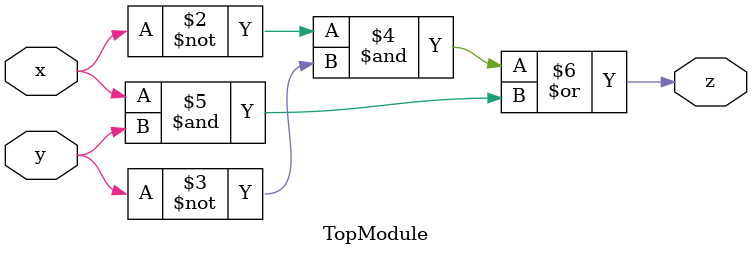
<source format=sv>
module TopModule(
    input logic x,       // 1-bit input signal
    input logic y,       // 1-bit input signal
    output logic z       // 1-bit output signal, registered to hold state
);

    always @(*) begin
        z = (~x & ~y) | (x & y);
    end

endmodule
</source>
